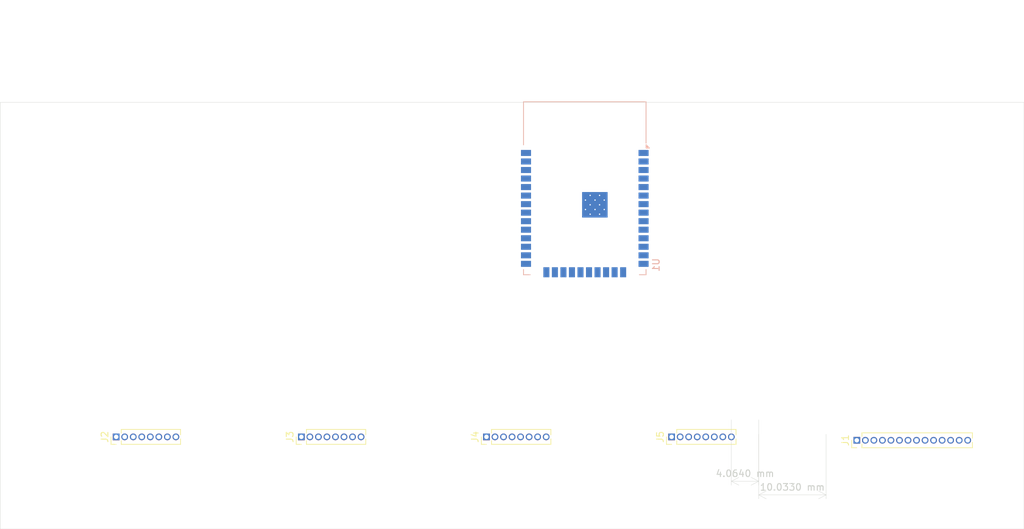
<source format=kicad_pcb>
(kicad_pcb (version 20240108) (generator "pcbnew") (generator_version "8.0")
  (layers (0 "F.Cu" signal) (31 "B.Cu" signal) (34 "B.Paste" user) (35 "F.Paste" user) (36 "B.SilkS" user "B.Silkscreen") (37 "F.SilkS" user "F.Silkscreen") (38 "B.Mask" user) (39 "F.Mask" user) (44 "Edge.Cuts" user))
  (net 0 "")
  (net 1 "/NC")
  (net 2 "/GND")
  (net 3 "/IOVCC")
  (net 4 "/LED-")
  (net 5 "/LED+")
  (net 6 "/A0")
  (net 7 "/NC.")
  (net 8 "/{slash}RES")
  (net 9 "/VCC")
  (net 10 "/LEDA")
  (net 11 "/VDD")
  (net 12 "/RS")
  (net 13 "/RESET")
  (net 14 "Net-(U1-GND-Pad1)")
  (net 40 "/CS_4")
  (net 41 "/SCLK")
  (net 42 "/MOSI")
  (net 43 "/SCLk")
  (net 44 "/CS_0")
  (net 45 "/CS_1")
  (net 46 "/CS_2")
  (net 47 "/CS_3")
  (net 48 "/MISO")
  (net 49 "/DC")
  (net 50 "/{slash}RESET")
  (footprint "Connector_PinHeader_1.27mm:PinHeader_1x08_P1.27mm_Vertical" (layer "F.Cu") (at 110.485 125.984 90)
    (property "Reference" "J4" (at 0 -1.695 270) (layer "F.SilkS"))
    (property "Value" "Conn_01x08")
    (fp_line (start -1.11 -0.76) (end 0 -0.76) (stroke (width 0.12)) (layer "F.SilkS"))
    (fp_line (start -1.11 0) (end -1.11 -0.76) (stroke (width 0.12)) (layer "F.SilkS"))
    (fp_line (start 1.11 0.76) (end 1.11 9.585) (stroke (width 0.12)) (layer "F.SilkS"))
    (fp_line (start 0.563471 0.76) (end 1.11 0.76) (stroke (width 0.12)) (layer "F.SilkS"))
    (fp_line (start -1.11 0.76) (end -0.563471 0.76) (stroke (width 0.12)) (layer "F.SilkS"))
    (fp_line (start -1.11 0.76) (end -1.11 9.585) (stroke (width 0.12)) (layer "F.SilkS"))
    (fp_line (start 0.30753 9.585) (end 1.11 9.585) (stroke (width 0.12)) (layer "F.SilkS"))
    (fp_line (start -1.11 9.585) (end -0.30753 9.585) (stroke (width 0.12)) (layer "F.SilkS"))
    (pad "1" thru_hole rect (at 0 0 90) (size 1 1) (drill 0.65) (layers "*.Cu" "*.Mask") (net 10 "/LEDA"))
    (pad "2" thru_hole oval (at 0 1.27 90) (size 1 1) (drill 0.65) (layers "*.Cu" "*.Mask") (net 2 "/GND"))
    (pad "3" thru_hole oval (at 0 2.54 90) (size 1 1) (drill 0.65) (layers "*.Cu" "*.Mask") (net 13 "/RESET"))
    (pad "4" thru_hole oval (at 0 3.81 90) (size 1 1) (drill 0.65) (layers "*.Cu" "*.Mask") (net 12 "/RS"))
    (pad "5" thru_hole oval (at 0 5.08 90) (size 1 1) (drill 0.65) (layers "*.Cu" "*.Mask") (net 42 "/MOSI"))
    (pad "6" thru_hole oval (at 0 6.35 90) (size 1 1) (drill 0.65) (layers "*.Cu" "*.Mask") (net 43 "/SCLk"))
    (pad "7" thru_hole oval (at 0 7.62 90) (size 1 1) (drill 0.65) (layers "*.Cu" "*.Mask") (net 11 "/VDD"))
    (pad "8" thru_hole oval (at 0 8.89 90) (size 1 1) (drill 0.65) (layers "*.Cu" "*.Mask") (net 46 "/CS_2"))
  )
  (footprint "Connector_PinHeader_1.27mm:PinHeader_1x14_P1.27mm_Vertical" (layer "F.Cu") (at 165.613 126.487 90)
    (property "Reference" "J1" (at 0 -1.695 270) (layer "F.SilkS"))
    (property "Value" "Conn_01x14")
    (fp_line (start -1.11 -0.76) (end 0 -0.76) (stroke (width 0.12)) (layer "F.SilkS"))
    (fp_line (start -1.11 0) (end -1.11 -0.76) (stroke (width 0.12)) (layer "F.SilkS"))
    (fp_line (start 1.11 0.76) (end 1.11 17.205) (stroke (width 0.12)) (layer "F.SilkS"))
    (fp_line (start 0.563471 0.76) (end 1.11 0.76) (stroke (width 0.12)) (layer "F.SilkS"))
    (fp_line (start -1.11 0.76) (end -0.563471 0.76) (stroke (width 0.12)) (layer "F.SilkS"))
    (fp_line (start -1.11 0.76) (end -1.11 17.205) (stroke (width 0.12)) (layer "F.SilkS"))
    (fp_line (start 0.30753 17.205) (end 1.11 17.205) (stroke (width 0.12)) (layer "F.SilkS"))
    (fp_line (start -1.11 17.205) (end -0.30753 17.205) (stroke (width 0.12)) (layer "F.SilkS"))
    (pad "1" thru_hole rect (at 0 0 90) (size 1 1) (drill 0.65) (layers "*.Cu" "*.Mask") (net 1 "/NC"))
    (pad "2" thru_hole oval (at 0 1.27 90) (size 1 1) (drill 0.65) (layers "*.Cu" "*.Mask") (net 2 "/GND"))
    (pad "3" thru_hole oval (at 0 2.54 90) (size 1 1) (drill 0.65) (layers "*.Cu" "*.Mask") (net 4 "/LED-"))
    (pad "4" thru_hole oval (at 0 3.81 90) (size 1 1) (drill 0.65) (layers "*.Cu" "*.Mask") (net 5 "/LED+"))
    (pad "5" thru_hole oval (at 0 5.08 90) (size 1 1) (drill 0.65) (layers "*.Cu" "*.Mask") (net 2 "/GND"))
    (pad "6" thru_hole oval (at 0 6.35 90) (size 1 1) (drill 0.65) (layers "*.Cu" "*.Mask") (net 8 "/{slash}RES"))
    (pad "7" thru_hole oval (at 0 7.62 90) (size 1 1) (drill 0.65) (layers "*.Cu" "*.Mask") (net 6 "/A0"))
    (pad "8" thru_hole oval (at 0 8.89 90) (size 1 1) (drill 0.65) (layers "*.Cu" "*.Mask") (net 42 "/MOSI"))
    (pad "9" thru_hole oval (at 0 10.16 90) (size 1 1) (drill 0.65) (layers "*.Cu" "*.Mask") (net 41 "/SCLK"))
    (pad "10" thru_hole oval (at 0 11.43 90) (size 1 1) (drill 0.65) (layers "*.Cu" "*.Mask") (net 9 "/VCC"))
    (pad "11" thru_hole oval (at 0 12.7 90) (size 1 1) (drill 0.65) (layers "*.Cu" "*.Mask") (net 3 "/IOVCC"))
    (pad "12" thru_hole oval (at 0 13.97 90) (size 1 1) (drill 0.65) (layers "*.Cu" "*.Mask") (net 40 "/CS_4"))
    (pad "13" thru_hole oval (at 0 15.24 90) (size 1 1) (drill 0.65) (layers "*.Cu" "*.Mask") (net 2 "/GND"))
    (pad "14" thru_hole oval (at 0 16.51 90) (size 1 1) (drill 0.65) (layers "*.Cu" "*.Mask") (net 7 "/NC."))
  )
  (footprint "Connector_PinHeader_1.27mm:PinHeader_1x08_P1.27mm_Vertical" (layer "F.Cu") (at 82.931 125.984 90)
    (property "Reference" "J3" (at 0 -1.695 270) (layer "F.SilkS"))
    (property "Value" "Conn_01x08")
    (fp_line (start -1.11 -0.76) (end 0 -0.76) (stroke (width 0.12)) (layer "F.SilkS"))
    (fp_line (start -1.11 0) (end -1.11 -0.76) (stroke (width 0.12)) (layer "F.SilkS"))
    (fp_line (start 1.11 0.76) (end 1.11 9.585) (stroke (width 0.12)) (layer "F.SilkS"))
    (fp_line (start 0.563471 0.76) (end 1.11 0.76) (stroke (width 0.12)) (layer "F.SilkS"))
    (fp_line (start -1.11 0.76) (end -0.563471 0.76) (stroke (width 0.12)) (layer "F.SilkS"))
    (fp_line (start -1.11 0.76) (end -1.11 9.585) (stroke (width 0.12)) (layer "F.SilkS"))
    (fp_line (start 0.30753 9.585) (end 1.11 9.585) (stroke (width 0.12)) (layer "F.SilkS"))
    (fp_line (start -1.11 9.585) (end -0.30753 9.585) (stroke (width 0.12)) (layer "F.SilkS"))
    (pad "1" thru_hole rect (at 0 0 90) (size 1 1) (drill 0.65) (layers "*.Cu" "*.Mask") (net 10 "/LEDA"))
    (pad "2" thru_hole oval (at 0 1.27 90) (size 1 1) (drill 0.65) (layers "*.Cu" "*.Mask") (net 2 "/GND"))
    (pad "3" thru_hole oval (at 0 2.54 90) (size 1 1) (drill 0.65) (layers "*.Cu" "*.Mask") (net 13 "/RESET"))
    (pad "4" thru_hole oval (at 0 3.81 90) (size 1 1) (drill 0.65) (layers "*.Cu" "*.Mask") (net 12 "/RS"))
    (pad "5" thru_hole oval (at 0 5.08 90) (size 1 1) (drill 0.65) (layers "*.Cu" "*.Mask") (net 42 "/MOSI"))
    (pad "6" thru_hole oval (at 0 6.35 90) (size 1 1) (drill 0.65) (layers "*.Cu" "*.Mask") (net 41 "/SCLK"))
    (pad "7" thru_hole oval (at 0 7.62 90) (size 1 1) (drill 0.65) (layers "*.Cu" "*.Mask") (net 11 "/VDD"))
    (pad "8" thru_hole oval (at 0 8.89 90) (size 1 1) (drill 0.65) (layers "*.Cu" "*.Mask") (net 45 "/CS_1"))
  )
  (footprint "Connector_PinHeader_1.27mm:PinHeader_1x08_P1.27mm_Vertical" (layer "F.Cu") (at 138.049 125.984 90)
    (property "Reference" "J5" (at 0 -1.695 270) (layer "F.SilkS"))
    (property "Value" "Conn_01x08")
    (fp_line (start -1.11 -0.76) (end 0 -0.76) (stroke (width 0.12)) (layer "F.SilkS"))
    (fp_line (start -1.11 0) (end -1.11 -0.76) (stroke (width 0.12)) (layer "F.SilkS"))
    (fp_line (start 1.11 0.76) (end 1.11 9.585) (stroke (width 0.12)) (layer "F.SilkS"))
    (fp_line (start 0.563471 0.76) (end 1.11 0.76) (stroke (width 0.12)) (layer "F.SilkS"))
    (fp_line (start -1.11 0.76) (end -0.563471 0.76) (stroke (width 0.12)) (layer "F.SilkS"))
    (fp_line (start -1.11 0.76) (end -1.11 9.585) (stroke (width 0.12)) (layer "F.SilkS"))
    (fp_line (start 0.30753 9.585) (end 1.11 9.585) (stroke (width 0.12)) (layer "F.SilkS"))
    (fp_line (start -1.11 9.585) (end -0.30753 9.585) (stroke (width 0.12)) (layer "F.SilkS"))
    (pad "1" thru_hole rect (at 0 0 90) (size 1 1) (drill 0.65) (layers "*.Cu" "*.Mask") (net 10 "/LEDA"))
    (pad "2" thru_hole oval (at 0 1.27 90) (size 1 1) (drill 0.65) (layers "*.Cu" "*.Mask") (net 2 "/GND"))
    (pad "3" thru_hole oval (at 0 2.54 90) (size 1 1) (drill 0.65) (layers "*.Cu" "*.Mask") (net 13 "/RESET"))
    (pad "4" thru_hole oval (at 0 3.81 90) (size 1 1) (drill 0.65) (layers "*.Cu" "*.Mask") (net 12 "/RS"))
    (pad "5" thru_hole oval (at 0 5.08 90) (size 1 1) (drill 0.65) (layers "*.Cu" "*.Mask") (net 42 "/MOSI"))
    (pad "6" thru_hole oval (at 0 6.35 90) (size 1 1) (drill 0.65) (layers "*.Cu" "*.Mask") (net 41 "/SCLK"))
    (pad "7" thru_hole oval (at 0 7.62 90) (size 1 1) (drill 0.65) (layers "*.Cu" "*.Mask") (net 11 "/VDD"))
    (pad "8" thru_hole oval (at 0 8.89 90) (size 1 1) (drill 0.65) (layers "*.Cu" "*.Mask") (net 47 "/CS_3"))
  )
  (footprint "Connector_PinHeader_1.27mm:PinHeader_1x08_P1.27mm_Vertical" (layer "F.Cu") (at 55.367 125.984 90)
    (property "Reference" "J2" (at 0 -1.695 270) (layer "F.SilkS"))
    (property "Value" "Conn_01x08")
    (fp_line (start -1.11 -0.76) (end 0 -0.76) (stroke (width 0.12)) (layer "F.SilkS"))
    (fp_line (start -1.11 0) (end -1.11 -0.76) (stroke (width 0.12)) (layer "F.SilkS"))
    (fp_line (start 1.11 0.76) (end 1.11 9.585) (stroke (width 0.12)) (layer "F.SilkS"))
    (fp_line (start 0.563471 0.76) (end 1.11 0.76) (stroke (width 0.12)) (layer "F.SilkS"))
    (fp_line (start -1.11 0.76) (end -0.563471 0.76) (stroke (width 0.12)) (layer "F.SilkS"))
    (fp_line (start -1.11 0.76) (end -1.11 9.585) (stroke (width 0.12)) (layer "F.SilkS"))
    (fp_line (start 0.30753 9.585) (end 1.11 9.585) (stroke (width 0.12)) (layer "F.SilkS"))
    (fp_line (start -1.11 9.585) (end -0.30753 9.585) (stroke (width 0.12)) (layer "F.SilkS"))
    (pad "1" thru_hole rect (at 0 0 90) (size 1 1) (drill 0.65) (layers "*.Cu" "*.Mask") (net 10 "/LEDA"))
    (pad "2" thru_hole oval (at 0 1.27 90) (size 1 1) (drill 0.65) (layers "*.Cu" "*.Mask") (net 2 "/GND"))
    (pad "3" thru_hole oval (at 0 2.54 90) (size 1 1) (drill 0.65) (layers "*.Cu" "*.Mask") (net 13 "/RESET"))
    (pad "4" thru_hole oval (at 0 3.81 90) (size 1 1) (drill 0.65) (layers "*.Cu" "*.Mask") (net 12 "/RS"))
    (pad "5" thru_hole oval (at 0 5.08 90) (size 1 1) (drill 0.65) (layers "*.Cu" "*.Mask") (net 42 "/MOSI"))
    (pad "6" thru_hole oval (at 0 6.35 90) (size 1 1) (drill 0.65) (layers "*.Cu" "*.Mask") (net 43 "/SCLk"))
    (pad "7" thru_hole oval (at 0 7.62 90) (size 1 1) (drill 0.65) (layers "*.Cu" "*.Mask") (net 11 "/VDD"))
    (pad "8" thru_hole oval (at 0 8.89 90) (size 1 1) (drill 0.65) (layers "*.Cu" "*.Mask") (net 44 "/CS_0"))
  )
  (footprint "RF_Module:ESP32-WROOM-32D" (layer "B.Cu") (at 125.122 91.967 180)
    (property "Reference" "U1" (at -10.61 -8.43 -90) (layer "B.SilkS") (effects (justify mirror)))
    (property "Value" "ESP32-WROOM-32E")
    (fp_line (start 9.12 15.86) (end -9.12 15.86) (stroke (width 0.12)) (layer "B.SilkS"))
    (fp_line (start 9.12 9.445) (end 9.12 15.86) (stroke (width 0.12)) (layer "B.SilkS"))
    (fp_line (start 9.12 -9.88) (end 9.12 -9.1) (stroke (width 0.12)) (layer "B.SilkS"))
    (fp_line (start 8.12 -9.88) (end 9.12 -9.88) (stroke (width 0.12)) (layer "B.SilkS"))
    (fp_line (start -8.12 -9.88) (end -9.12 -9.88) (stroke (width 0.12)) (layer "B.SilkS"))
    (fp_line (start -9.12 9.7) (end -9.12 15.86) (stroke (width 0.12)) (layer "B.SilkS"))
    (fp_line (start -9.12 -9.88) (end -9.12 -9.1) (stroke (width 0.12)) (layer "B.SilkS"))
    (fp_poly (pts (xy -9.125 8.975) (xy -9.625 8.975) (xy -9.125 9.475) (xy -9.125 8.975)) (stroke (width 0.12)) (fill solid) (layer "B.SilkS"))
    (pad "1" smd rect (at -8.75 8.25 180) (size 1.5 0.9) (layers "B.Cu" "B.Paste" "B.Mask") (net 14 "Net-(U1-GND-Pad1)"))
    (pad "2" smd rect (at -8.75 6.98 180) (size 1.5 0.9) (layers "B.Cu" "B.Paste" "B.Mask"))
    (pad "3" smd rect (at -8.75 5.71 180) (size 1.5 0.9) (layers "B.Cu" "B.Paste" "B.Mask"))
    (pad "4" smd rect (at -8.75 4.44 180) (size 1.5 0.9) (layers "B.Cu" "B.Paste" "B.Mask"))
    (pad "5" smd rect (at -8.75 3.17 180) (size 1.5 0.9) (layers "B.Cu" "B.Paste" "B.Mask"))
    (pad "6" smd rect (at -8.75 1.9 180) (size 1.5 0.9) (layers "B.Cu" "B.Paste" "B.Mask"))
    (pad "7" smd rect (at -8.75 0.63 180) (size 1.5 0.9) (layers "B.Cu" "B.Paste" "B.Mask"))
    (pad "8" smd rect (at -8.75 -0.64 180) (size 1.5 0.9) (layers "B.Cu" "B.Paste" "B.Mask"))
    (pad "9" smd rect (at -8.75 -1.91 180) (size 1.5 0.9) (layers "B.Cu" "B.Paste" "B.Mask"))
    (pad "10" smd rect (at -8.75 -3.18 180) (size 1.5 0.9) (layers "B.Cu" "B.Paste" "B.Mask"))
    (pad "11" smd rect (at -8.75 -4.45 180) (size 1.5 0.9) (layers "B.Cu" "B.Paste" "B.Mask"))
    (pad "12" smd rect (at -8.75 -5.72 180) (size 1.5 0.9) (layers "B.Cu" "B.Paste" "B.Mask"))
    (pad "13" smd rect (at -8.75 -6.99 180) (size 1.5 0.9) (layers "B.Cu" "B.Paste" "B.Mask") (net 45 "/CS_1"))
    (pad "14" smd rect (at -8.75 -8.26 180) (size 1.5 0.9) (layers "B.Cu" "B.Paste" "B.Mask") (net 47 "/CS_3"))
    (pad "15" smd rect (at -5.71 -9.51 90) (size 1.5 0.9) (layers "B.Cu" "B.Paste" "B.Mask") (net 14 "Net-(U1-GND-Pad1)"))
    (pad "16" smd rect (at -4.44 -9.51 90) (size 1.5 0.9) (layers "B.Cu" "B.Paste" "B.Mask") (net 46 "/CS_2"))
    (pad "17" smd rect (at -3.17 -9.51 90) (size 1.5 0.9) (layers "B.Cu" "B.Paste" "B.Mask"))
    (pad "18" smd rect (at -1.9 -9.51 90) (size 1.5 0.9) (layers "B.Cu" "B.Paste" "B.Mask"))
    (pad "19" smd rect (at -0.63 -9.51 90) (size 1.5 0.9) (layers "B.Cu" "B.Paste" "B.Mask"))
    (pad "20" smd rect (at 0.64 -9.51 90) (size 1.5 0.9) (layers "B.Cu" "B.Paste" "B.Mask"))
    (pad "21" smd rect (at 1.91 -9.51 90) (size 1.5 0.9) (layers "B.Cu" "B.Paste" "B.Mask"))
    (pad "22" smd rect (at 3.18 -9.51 90) (size 1.5 0.9) (layers "B.Cu" "B.Paste" "B.Mask"))
    (pad "23" smd rect (at 4.45 -9.51 90) (size 1.5 0.9) (layers "B.Cu" "B.Paste" "B.Mask") (net 44 "/CS_0"))
    (pad "24" smd rect (at 5.72 -9.51 90) (size 1.5 0.9) (layers "B.Cu" "B.Paste" "B.Mask") (net 50 "/{slash}RESET"))
    (pad "25" smd rect (at 8.75 -8.26 180) (size 1.5 0.9) (layers "B.Cu" "B.Paste" "B.Mask"))
    (pad "26" smd rect (at 8.75 -6.99 180) (size 1.5 0.9) (layers "B.Cu" "B.Paste" "B.Mask"))
    (pad "27" smd rect (at 8.75 -5.72 180) (size 1.5 0.9) (layers "B.Cu" "B.Paste" "B.Mask") (net 40 "/CS_4"))
    (pad "28" smd rect (at 8.75 -4.45 180) (size 1.5 0.9) (layers "B.Cu" "B.Paste" "B.Mask") (net 49 "/DC"))
    (pad "29" smd rect (at 8.75 -3.18 180) (size 1.5 0.9) (layers "B.Cu" "B.Paste" "B.Mask"))
    (pad "30" smd rect (at 8.75 -1.91 180) (size 1.5 0.9) (layers "B.Cu" "B.Paste" "B.Mask") (net 41 "/SCLK"))
    (pad "31" smd rect (at 8.75 -0.64 180) (size 1.5 0.9) (layers "B.Cu" "B.Paste" "B.Mask") (net 48 "/MISO"))
    (pad "32" smd rect (at 8.75 0.63 180) (size 1.5 0.9) (layers "B.Cu" "B.Paste" "B.Mask"))
    (pad "33" smd rect (at 8.75 1.9 180) (size 1.5 0.9) (layers "B.Cu" "B.Paste" "B.Mask"))
    (pad "34" smd rect (at 8.75 3.17 180) (size 1.5 0.9) (layers "B.Cu" "B.Paste" "B.Mask"))
    (pad "35" smd rect (at 8.75 4.44 180) (size 1.5 0.9) (layers "B.Cu" "B.Paste" "B.Mask"))
    (pad "36" smd rect (at 8.75 5.71 180) (size 1.5 0.9) (layers "B.Cu" "B.Paste" "B.Mask"))
    (pad "37" smd rect (at 8.75 6.98 180) (size 1.5 0.9) (layers "B.Cu" "B.Paste" "B.Mask") (net 42 "/MOSI"))
    (pad "38" smd rect (at 8.75 8.25 180) (size 1.5 0.9) (layers "B.Cu" "B.Paste" "B.Mask") (net 14 "Net-(U1-GND-Pad1)"))
    (pad "39" smd rect (at -2.9 -0.87 180) (size 0.9 0.9) (layers "B.Cu" "B.Paste") (net 14 "Net-(U1-GND-Pad1)"))
    (pad "39" thru_hole circle (at -2.9 -0.17 180) (size 0.6 0.6) (drill 0.2) (property pad_prop_heatsink) (layers "*.Cu" "B.Mask") (net 14 "Net-(U1-GND-Pad1)"))
    (pad "39" smd rect (at -2.9 0.53 180) (size 0.9 0.9) (layers "B.Cu" "B.Paste") (net 14 "Net-(U1-GND-Pad1)"))
    (pad "39" thru_hole circle (at -2.9 1.23 180) (size 0.6 0.6) (drill 0.2) (property pad_prop_heatsink) (layers "*.Cu" "B.Mask") (net 14 "Net-(U1-GND-Pad1)"))
    (pad "39" smd rect (at -2.9 1.93 180) (size 0.9 0.9) (layers "B.Cu" "B.Paste") (net 14 "Net-(U1-GND-Pad1)"))
    (pad "39" thru_hole circle (at -2.2 -0.87 180) (size 0.6 0.6) (drill 0.2) (property pad_prop_heatsink) (layers "*.Cu" "B.Mask") (net 14 "Net-(U1-GND-Pad1)"))
    (pad "39" thru_hole circle (at -2.2 0.53 180) (size 0.6 0.6) (drill 0.2) (property pad_prop_heatsink) (layers "*.Cu" "B.Mask") (net 14 "Net-(U1-GND-Pad1)"))
    (pad "39" thru_hole circle (at -2.2 1.93 180) (size 0.6 0.6) (drill 0.2) (property pad_prop_heatsink) (layers "*.Cu" "B.Mask") (net 14 "Net-(U1-GND-Pad1)"))
    (pad "39" thru_hole circle (at -1.525 -0.17 180) (size 0.6 0.6) (drill 0.2) (property pad_prop_heatsink) (layers "*.Cu" "B.Mask") (net 14 "Net-(U1-GND-Pad1)"))
    (pad "39" thru_hole circle (at -1.525 1.23 180) (size 0.6 0.6) (drill 0.2) (property pad_prop_heatsink) (layers "*.Cu" "B.Mask") (net 14 "Net-(U1-GND-Pad1)"))
    (pad "39" smd rect (at -1.5 -0.87 180) (size 0.9 0.9) (layers "B.Cu" "B.Paste") (net 14 "Net-(U1-GND-Pad1)"))
    (pad "39" smd rect (at -1.5 0.53 180) (size 0.9 0.9) (layers "B.Cu" "B.Paste") (net 14 "Net-(U1-GND-Pad1)"))
    (pad "39" smd rect (at -1.5 0.53 180) (size 3.8 3.8) (layers "B.Cu" "B.Mask") (net 14 "Net-(U1-GND-Pad1)"))
    (pad "39" smd rect (at -1.5 1.93 180) (size 0.9 0.9) (layers "B.Cu" "B.Paste") (net 14 "Net-(U1-GND-Pad1)"))
    (pad "39" thru_hole circle (at -0.8 -0.87 180) (size 0.6 0.6) (drill 0.2) (property pad_prop_heatsink) (layers "*.Cu" "B.Mask") (net 14 "Net-(U1-GND-Pad1)"))
    (pad "39" thru_hole circle (at -0.8 0.53 180) (size 0.6 0.6) (drill 0.2) (property pad_prop_heatsink) (layers "*.Cu" "B.Mask") (net 14 "Net-(U1-GND-Pad1)"))
    (pad "39" thru_hole circle (at -0.8 1.93 180) (size 0.6 0.6) (drill 0.2) (property pad_prop_heatsink) (layers "*.Cu" "B.Mask") (net 14 "Net-(U1-GND-Pad1)"))
    (pad "39" smd rect (at -0.1 -0.87 180) (size 0.9 0.9) (layers "B.Cu" "B.Paste") (net 14 "Net-(U1-GND-Pad1)"))
    (pad "39" thru_hole circle (at -0.1 -0.17 180) (size 0.6 0.6) (drill 0.2) (property pad_prop_heatsink) (layers "*.Cu" "B.Mask") (net 14 "Net-(U1-GND-Pad1)"))
    (pad "39" smd rect (at -0.1 0.53 180) (size 0.9 0.9) (layers "B.Cu" "B.Paste") (net 14 "Net-(U1-GND-Pad1)"))
    (pad "39" thru_hole circle (at -0.1 1.23 180) (size 0.6 0.6) (drill 0.2) (property pad_prop_heatsink) (layers "*.Cu" "B.Mask") (net 14 "Net-(U1-GND-Pad1)"))
    (pad "39" smd rect (at -0.1 1.93 180) (size 0.9 0.9) (layers "B.Cu" "B.Paste") (net 14 "Net-(U1-GND-Pad1)"))
  )
  (gr_rect (start 38.1 76.2) (end 190.5 139.7) (stroke (width 0.05)) (fill none) (layer "Edge.Cuts"))
  (dimension (type aligned) (layer "Edge.Cuts") (pts (xy 161.036 125.095) (xy 151.003 125.095)) (height -9.525) (gr_text "10.0330 mm" (at 156.0195 133.47 0) (layer "Edge.Cuts") (effects (font (size 1 1) (thickness 0.15)))) (format (prefix "") (suffix "") (units 3) (units_format 1) (precision 4)) (style (thickness 0.05) (arrow_length 1.27) (text_position_mode 0) (extension_height 0.58642) (extension_offset 0.5) keep_text_aligned))
  (dimension (type aligned) (layer "Edge.Cuts") (pts (xy 146.939 122.936) (xy 151.003 122.936)) (height 9.652) (gr_text "4.0640 mm" (at 148.971 131.438 0) (layer "Edge.Cuts") (effects (font (size 1 1) (thickness 0.15)))) (format (prefix "") (suffix "") (units 3) (units_format 1) (precision 4)) (style (thickness 0.05) (arrow_length 1.27) (text_position_mode 0) (extension_height 0.58642) (extension_offset 0.5) keep_text_aligned))
)
</source>
